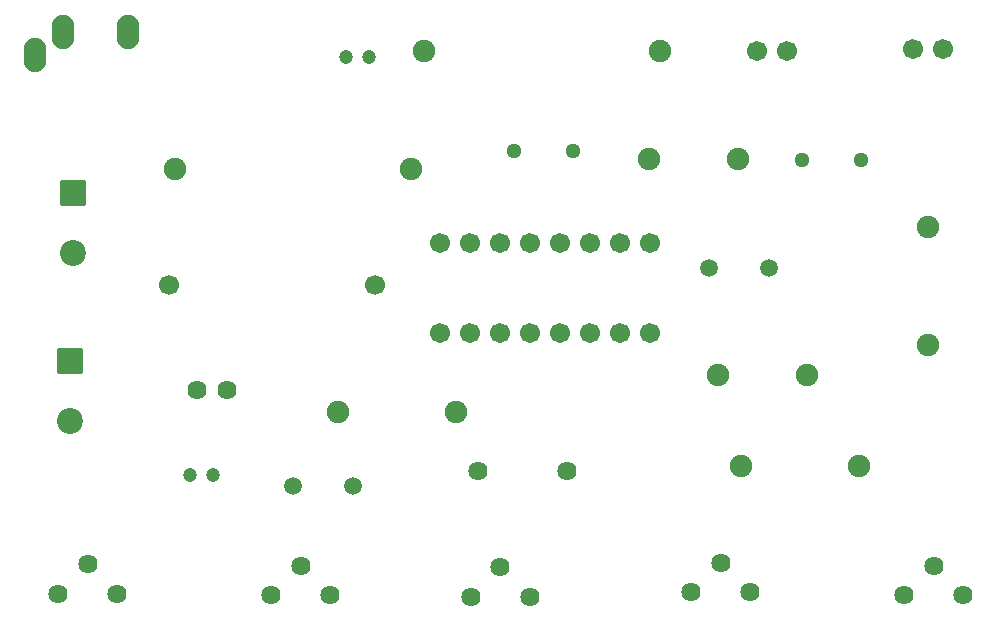
<source format=gbs>
G04 Layer: BottomSolderMaskLayer*
G04 EasyEDA v6.5.22, 2022-11-07 08:41:36*
G04 a0478566845a414f978cb9b688239593,4d8ab2db40884aeb91e54047068f32cb,10*
G04 Gerber Generator version 0.2*
G04 Scale: 100 percent, Rotated: No, Reflected: No *
G04 Dimensions in inches *
G04 leading zeros omitted , absolute positions ,3 integer and 6 decimal *
%FSLAX36Y36*%
%MOIN*%

%AMMACRO1*1,1,$1,$2,$3*1,1,$1,$4,$5*1,1,$1,0-$2,0-$3*1,1,$1,0-$4,0-$5*20,1,$1,$2,$3,$4,$5,0*20,1,$1,$4,$5,0-$2,0-$3,0*20,1,$1,0-$2,0-$3,0-$4,0-$5,0*20,1,$1,0-$4,0-$5,$2,$3,0*4,1,4,$2,$3,$4,$5,0-$2,0-$3,0-$4,0-$5,$2,$3,0*%
%ADD10C,0.0670*%
%ADD11C,0.0749*%
%ADD12C,0.0639*%
%ADD13C,0.0640*%
%ADD14C,0.0591*%
%ADD15C,0.0512*%
%ADD16O,0.074807X0.114177*%
%ADD17C,0.0748*%
%ADD18C,0.0669*%
%ADD19C,0.0472*%
%ADD20C,0.0866*%
%ADD21MACRO1,0.0039X0.0413X0.0413X0.0413X-0.0413*%

%LPD*%
D10*
G01*
X2825000Y1305000D03*
G01*
X2925000Y1305000D03*
G01*
X3345000Y1310000D03*
G01*
X3445000Y1310000D03*
D11*
G01*
X1428149Y100000D03*
G01*
X1821850Y100000D03*
G01*
X2773149Y-80000D03*
G01*
X3166850Y-80000D03*
G01*
X3395000Y323150D03*
G01*
X3395000Y716849D03*
D12*
G01*
X960000Y175000D03*
G01*
X1060000Y175000D03*
D11*
G01*
X2697359Y225000D03*
G01*
X2992640Y225000D03*
G01*
X2467359Y945000D03*
G01*
X2762640Y945000D03*
D13*
G01*
X2192640Y-95000D03*
G01*
X1897359Y-95000D03*
D14*
G01*
X1280000Y-145000D03*
G01*
X1480000Y-145000D03*
G01*
X2865000Y580000D03*
G01*
X2665000Y580000D03*
D15*
G01*
X3173429Y940000D03*
G01*
X2976580Y940000D03*
G01*
X2016580Y970000D03*
G01*
X2213429Y970000D03*
D16*
G01*
X730509Y1369369D03*
G01*
X513980Y1369369D03*
G01*
X419490Y1290630D03*
D17*
G01*
X1673699Y910000D03*
G01*
X886300Y910000D03*
G01*
X2503699Y1305000D03*
G01*
X1716300Y1305000D03*
D18*
G01*
X865510Y525000D03*
G01*
X1554489Y525000D03*
D13*
G01*
X595010Y-405790D03*
G01*
X693429Y-504209D03*
G01*
X496579Y-504209D03*
G01*
X1305010Y-410790D03*
G01*
X1403419Y-509209D03*
G01*
X1206580Y-509209D03*
G01*
X1970010Y-415790D03*
G01*
X2068429Y-514209D03*
G01*
X1871580Y-514209D03*
G01*
X2705010Y-400790D03*
G01*
X2803429Y-499209D03*
G01*
X2606580Y-499209D03*
G01*
X3415010Y-410790D03*
G01*
X3513429Y-509209D03*
G01*
X3316580Y-509209D03*
D10*
G01*
X1770000Y365000D03*
G01*
X1870000Y365000D03*
G01*
X2170000Y365000D03*
G01*
X2270000Y365000D03*
G01*
X1970000Y365000D03*
G01*
X2070000Y365000D03*
G01*
X2370000Y365000D03*
G01*
X2470000Y365000D03*
G01*
X2470000Y665000D03*
G01*
X2370000Y665000D03*
G01*
X2270000Y665000D03*
G01*
X2170000Y665000D03*
G01*
X2070000Y665000D03*
G01*
X1970000Y665000D03*
G01*
X1870000Y665000D03*
G01*
X1770000Y665000D03*
D19*
G01*
X1455630Y1285000D03*
G01*
X1534369Y1285000D03*
G01*
X935630Y-110000D03*
G01*
X1014369Y-110000D03*
D20*
G01*
X545000Y630000D03*
D21*
G01*
X545000Y829996D03*
D20*
G01*
X535000Y70000D03*
D21*
G01*
X535000Y269996D03*
M02*

</source>
